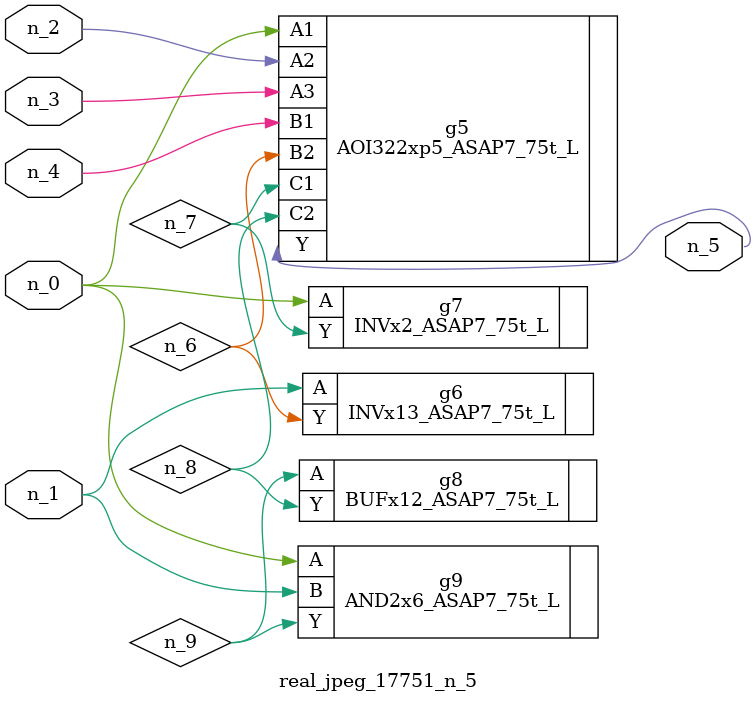
<source format=v>
module real_jpeg_17751_n_5 (n_4, n_0, n_1, n_2, n_3, n_5);

input n_4;
input n_0;
input n_1;
input n_2;
input n_3;

output n_5;

wire n_8;
wire n_6;
wire n_7;
wire n_9;

AOI322xp5_ASAP7_75t_L g5 ( 
.A1(n_0),
.A2(n_2),
.A3(n_3),
.B1(n_4),
.B2(n_6),
.C1(n_7),
.C2(n_8),
.Y(n_5)
);

INVx2_ASAP7_75t_L g7 ( 
.A(n_0),
.Y(n_7)
);

AND2x6_ASAP7_75t_L g9 ( 
.A(n_0),
.B(n_1),
.Y(n_9)
);

INVx13_ASAP7_75t_L g6 ( 
.A(n_1),
.Y(n_6)
);

BUFx12_ASAP7_75t_L g8 ( 
.A(n_9),
.Y(n_8)
);


endmodule
</source>
